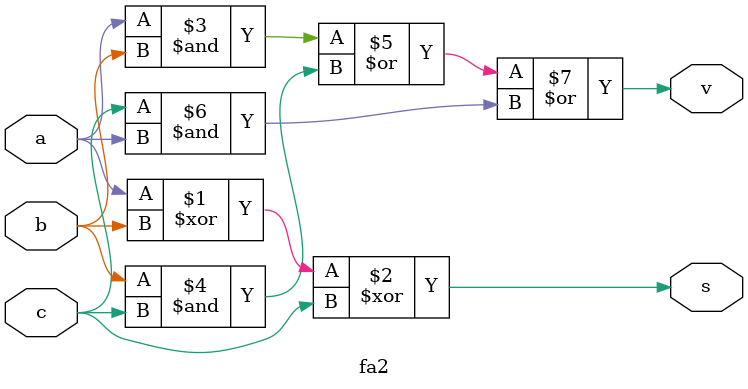
<source format=v>
module fa2(input a, input b,input c, output s, output v);

assign s=a^b^c;
assign v=(a&b)|(b&c)|(c&a);

endmodule
</source>
